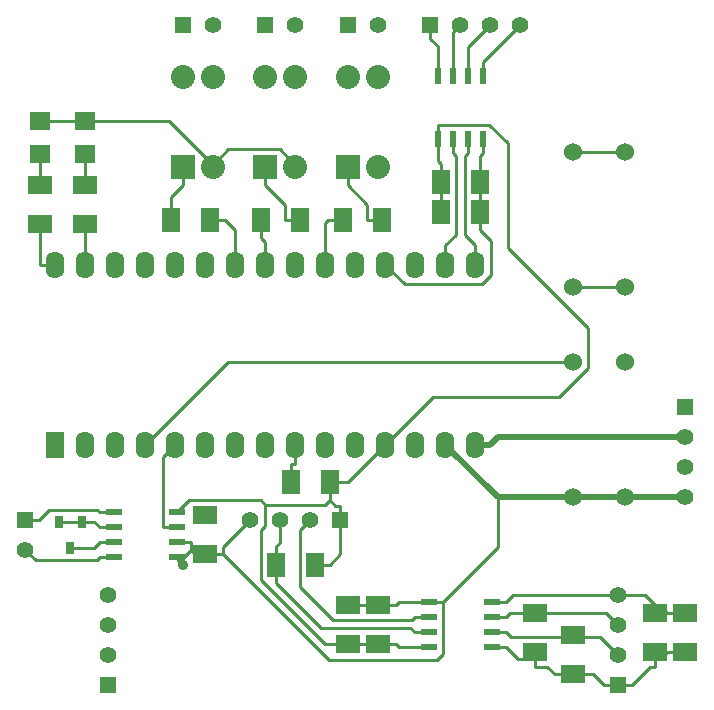
<source format=gtl>
G04 (created by PCBNEW (22-Jun-2014 BZR 4027)-stable) date Wed 30 Jul 2014 01:02:49 NZST*
%MOIN*%
G04 Gerber Fmt 3.4, Leading zero omitted, Abs format*
%FSLAX34Y34*%
G01*
G70*
G90*
G04 APERTURE LIST*
%ADD10C,0.00590551*%
%ADD11R,0.0551X0.0236*%
%ADD12R,0.0236X0.0551*%
%ADD13R,0.08X0.06*%
%ADD14R,0.06X0.08*%
%ADD15R,0.062X0.09*%
%ADD16O,0.062X0.09*%
%ADD17R,0.08X0.08*%
%ADD18C,0.08*%
%ADD19O,0.08X0.08*%
%ADD20R,0.0315X0.0394*%
%ADD21R,0.055X0.055*%
%ADD22C,0.055*%
%ADD23C,0.06*%
%ADD24R,0.0709X0.0629*%
%ADD25C,0.035*%
%ADD26C,0.01*%
%ADD27C,0.02*%
G04 APERTURE END LIST*
G54D10*
G54D11*
X86950Y-63750D03*
X89050Y-63750D03*
X86950Y-63250D03*
X86950Y-62750D03*
X86950Y-62250D03*
X89050Y-63250D03*
X89050Y-62750D03*
X89050Y-62250D03*
G54D12*
X87250Y-44700D03*
X87250Y-46800D03*
X87750Y-44700D03*
X88250Y-44700D03*
X88750Y-44700D03*
X87750Y-46800D03*
X88250Y-46800D03*
X88750Y-46800D03*
G54D11*
X78550Y-59250D03*
X76450Y-59250D03*
X78550Y-59750D03*
X78550Y-60250D03*
X78550Y-60750D03*
X76450Y-59750D03*
X76450Y-60250D03*
X76450Y-60750D03*
G54D13*
X95500Y-63900D03*
X95500Y-62600D03*
X79500Y-59350D03*
X79500Y-60650D03*
G54D14*
X88650Y-48250D03*
X87350Y-48250D03*
X88650Y-49250D03*
X87350Y-49250D03*
G54D13*
X94500Y-63900D03*
X94500Y-62600D03*
X85250Y-63650D03*
X85250Y-62350D03*
X84250Y-63650D03*
X84250Y-62350D03*
G54D15*
X74500Y-57000D03*
G54D16*
X75500Y-57000D03*
X76500Y-57000D03*
X77500Y-57000D03*
X78500Y-57000D03*
X79500Y-57000D03*
X80500Y-57000D03*
X81500Y-57000D03*
X82500Y-57000D03*
X83500Y-57000D03*
X84500Y-57000D03*
X85500Y-57000D03*
X86500Y-57000D03*
X87500Y-57000D03*
X88500Y-57000D03*
X88500Y-51000D03*
X87500Y-51000D03*
X86500Y-51000D03*
X85500Y-51000D03*
X84500Y-51000D03*
X83500Y-51000D03*
X82500Y-51000D03*
X81500Y-51000D03*
X80500Y-51000D03*
X79500Y-51000D03*
X78500Y-51000D03*
X77500Y-51000D03*
X76500Y-51000D03*
X75500Y-51000D03*
X74500Y-51000D03*
G54D17*
X84250Y-47750D03*
G54D18*
X85250Y-47750D03*
G54D19*
X85250Y-44750D03*
X84250Y-44750D03*
G54D17*
X81500Y-47750D03*
G54D18*
X82500Y-47750D03*
G54D19*
X82500Y-44750D03*
X81500Y-44750D03*
G54D17*
X78750Y-47750D03*
G54D18*
X79750Y-47750D03*
G54D19*
X79750Y-44750D03*
X78750Y-44750D03*
G54D20*
X75000Y-60433D03*
X74625Y-59567D03*
X75375Y-59567D03*
G54D14*
X79650Y-49500D03*
X78350Y-49500D03*
X81350Y-49500D03*
X82650Y-49500D03*
X84100Y-49500D03*
X85400Y-49500D03*
X83150Y-61000D03*
X81850Y-61000D03*
G54D13*
X75500Y-49650D03*
X75500Y-48350D03*
X74000Y-49650D03*
X74000Y-48350D03*
X90500Y-63900D03*
X90500Y-62600D03*
X91750Y-64650D03*
X91750Y-63350D03*
G54D14*
X83650Y-58250D03*
X82350Y-58250D03*
G54D21*
X87000Y-43000D03*
G54D22*
X88000Y-43000D03*
X89000Y-43000D03*
X90000Y-43000D03*
G54D21*
X95500Y-55750D03*
G54D22*
X95500Y-56750D03*
X95500Y-57750D03*
X95500Y-58750D03*
G54D21*
X76250Y-65000D03*
G54D22*
X76250Y-64000D03*
X76250Y-63000D03*
X76250Y-62000D03*
G54D21*
X93250Y-65000D03*
G54D22*
X93250Y-64000D03*
X93250Y-63000D03*
X93250Y-62000D03*
G54D21*
X84000Y-59500D03*
G54D22*
X83000Y-59500D03*
X82000Y-59500D03*
X81000Y-59500D03*
G54D21*
X78750Y-43000D03*
G54D22*
X79750Y-43000D03*
G54D21*
X73500Y-59500D03*
G54D22*
X73500Y-60500D03*
G54D21*
X81500Y-43000D03*
G54D22*
X82500Y-43000D03*
G54D21*
X84250Y-43000D03*
G54D22*
X85250Y-43000D03*
G54D23*
X93500Y-54250D03*
X93500Y-58750D03*
X91750Y-54250D03*
X91750Y-58750D03*
X91750Y-47250D03*
X91750Y-51750D03*
X93500Y-47250D03*
X93500Y-51750D03*
G54D24*
X74000Y-47309D03*
X74000Y-46191D03*
X75500Y-47309D03*
X75500Y-46191D03*
G54D25*
X78750Y-61000D03*
G54D26*
X86950Y-63750D02*
X86479Y-63750D01*
X85944Y-63750D02*
X86479Y-63750D01*
X85844Y-63650D02*
X85944Y-63750D01*
X85250Y-63650D02*
X85844Y-63650D01*
X87350Y-48250D02*
X87350Y-47655D01*
X83150Y-61000D02*
X83644Y-61000D01*
X87350Y-48250D02*
X87350Y-49250D01*
X87250Y-47555D02*
X87250Y-46800D01*
X87350Y-47655D02*
X87250Y-47555D01*
X87250Y-46800D02*
X87250Y-46329D01*
X84000Y-60644D02*
X84000Y-59500D01*
X83644Y-61000D02*
X84000Y-60644D01*
X83835Y-59030D02*
X83650Y-58844D01*
X84000Y-59030D02*
X83835Y-59030D01*
X83650Y-58250D02*
X83650Y-58844D01*
X84000Y-59500D02*
X84000Y-59030D01*
X87093Y-55406D02*
X85500Y-57000D01*
X91293Y-55406D02*
X87093Y-55406D01*
X92245Y-54453D02*
X91293Y-55406D01*
X92245Y-53094D02*
X92245Y-54453D01*
X89576Y-50425D02*
X92245Y-53094D01*
X89576Y-46940D02*
X89576Y-50425D01*
X88965Y-46329D02*
X89576Y-46940D01*
X87250Y-46329D02*
X88965Y-46329D01*
X84250Y-58250D02*
X83650Y-58250D01*
X85500Y-57000D02*
X84250Y-58250D01*
X85250Y-63650D02*
X84250Y-63650D01*
X81500Y-59694D02*
X81500Y-58995D01*
X81349Y-59844D02*
X81500Y-59694D01*
X81349Y-61516D02*
X81349Y-59844D01*
X83483Y-63650D02*
X81349Y-61516D01*
X84250Y-63650D02*
X83483Y-63650D01*
X81342Y-58837D02*
X81500Y-58995D01*
X78962Y-58837D02*
X81342Y-58837D01*
X78550Y-59250D02*
X78962Y-58837D01*
X83499Y-58995D02*
X83650Y-58844D01*
X81500Y-58995D02*
X83499Y-58995D01*
X83500Y-49605D02*
X83605Y-49500D01*
X83500Y-51000D02*
X83500Y-49605D01*
X84100Y-49500D02*
X83605Y-49500D01*
X81500Y-50244D02*
X81350Y-50094D01*
X81500Y-51000D02*
X81500Y-50244D01*
X81350Y-49500D02*
X81350Y-50094D01*
X80500Y-49855D02*
X80144Y-49500D01*
X80500Y-51000D02*
X80500Y-49855D01*
X79650Y-49500D02*
X80144Y-49500D01*
X78550Y-60750D02*
X78550Y-60800D01*
X78550Y-60800D02*
X78750Y-61000D01*
G54D27*
X95500Y-58750D02*
X89250Y-58750D01*
X89250Y-58750D02*
X87500Y-57000D01*
G54D26*
X89250Y-58750D02*
X87500Y-57000D01*
X91750Y-58750D02*
X93500Y-58750D01*
X86950Y-62250D02*
X86479Y-62250D01*
X88650Y-49250D02*
X88650Y-48250D01*
X88650Y-48250D02*
X88650Y-47655D01*
X85944Y-62250D02*
X85844Y-62350D01*
X86479Y-62250D02*
X85944Y-62250D01*
X85250Y-62350D02*
X85844Y-62350D01*
X78550Y-60750D02*
X78785Y-60750D01*
X78550Y-60250D02*
X79020Y-60250D01*
X79155Y-60650D02*
X79020Y-60514D01*
X79500Y-60650D02*
X79155Y-60650D01*
X78785Y-60750D02*
X79020Y-60514D01*
X79020Y-60514D02*
X79020Y-60250D01*
X93500Y-58750D02*
X95500Y-58750D01*
X80094Y-60405D02*
X80094Y-60650D01*
X81000Y-59500D02*
X80094Y-60405D01*
X79500Y-60650D02*
X80094Y-60650D01*
X85250Y-62350D02*
X84250Y-62350D01*
X89027Y-50222D02*
X88650Y-49844D01*
X89027Y-51350D02*
X89027Y-50222D01*
X88723Y-51655D02*
X89027Y-51350D01*
X86155Y-51655D02*
X88723Y-51655D01*
X85500Y-51000D02*
X86155Y-51655D01*
X88650Y-49250D02*
X88650Y-49844D01*
X88650Y-47370D02*
X88650Y-47655D01*
X88750Y-47270D02*
X88650Y-47370D01*
X88750Y-46800D02*
X88750Y-47270D01*
X89250Y-60420D02*
X87420Y-62250D01*
X89250Y-58750D02*
X89250Y-60420D01*
X87500Y-57000D02*
X89250Y-58750D01*
X89250Y-58750D02*
X91750Y-58750D01*
X86950Y-62250D02*
X87359Y-62250D01*
X87359Y-62250D02*
X87420Y-62250D01*
X83612Y-64167D02*
X80094Y-60650D01*
X87237Y-64167D02*
X83612Y-64167D01*
X87420Y-63984D02*
X87237Y-64167D01*
X87420Y-62250D02*
X87420Y-63984D01*
X74000Y-46190D02*
X75500Y-46190D01*
X80254Y-47155D02*
X79750Y-47659D01*
X81988Y-47155D02*
X80254Y-47155D01*
X82500Y-47666D02*
X81988Y-47155D01*
X82500Y-47750D02*
X82500Y-47666D01*
X78281Y-46190D02*
X79750Y-47659D01*
X75500Y-46190D02*
X78281Y-46190D01*
X79750Y-47659D02*
X79750Y-47750D01*
X94500Y-62600D02*
X94500Y-62352D01*
X94657Y-62352D02*
X94905Y-62600D01*
X94500Y-62352D02*
X94657Y-62352D01*
X95500Y-62600D02*
X94905Y-62600D01*
X89050Y-62250D02*
X89520Y-62250D01*
X89770Y-62000D02*
X93250Y-62000D01*
X89520Y-62250D02*
X89770Y-62000D01*
X94147Y-62000D02*
X94500Y-62352D01*
X93250Y-62000D02*
X94147Y-62000D01*
X87844Y-47365D02*
X87750Y-47270D01*
X87844Y-50010D02*
X87844Y-47365D01*
X87500Y-50355D02*
X87844Y-50010D01*
X87500Y-51000D02*
X87500Y-50355D01*
X87750Y-46800D02*
X87750Y-47270D01*
X87250Y-43719D02*
X87250Y-44700D01*
X87000Y-43469D02*
X87250Y-43719D01*
X87000Y-43000D02*
X87000Y-43469D01*
X92850Y-62600D02*
X90500Y-62600D01*
X93250Y-63000D02*
X92850Y-62600D01*
X89670Y-62600D02*
X89520Y-62750D01*
X90500Y-62600D02*
X89670Y-62600D01*
X89050Y-62750D02*
X89520Y-62750D01*
X78350Y-48744D02*
X78350Y-49500D01*
X78750Y-48344D02*
X78350Y-48744D01*
X78750Y-47750D02*
X78750Y-48344D01*
X82155Y-49000D02*
X82155Y-49500D01*
X81500Y-48344D02*
X82155Y-49000D01*
X82650Y-49500D02*
X82155Y-49500D01*
X81500Y-47750D02*
X81500Y-48344D01*
X88155Y-47365D02*
X88250Y-47270D01*
X88155Y-50010D02*
X88155Y-47365D01*
X88500Y-50355D02*
X88155Y-50010D01*
X88500Y-51000D02*
X88500Y-50355D01*
X88250Y-46800D02*
X88250Y-47270D01*
X84905Y-49000D02*
X84905Y-49500D01*
X84250Y-48344D02*
X84905Y-49000D01*
X84250Y-47750D02*
X84250Y-48344D01*
X85400Y-49500D02*
X84905Y-49500D01*
X75500Y-47309D02*
X75500Y-48350D01*
X74000Y-47309D02*
X74000Y-48350D01*
X73995Y-50149D02*
X74000Y-50144D01*
X73995Y-51000D02*
X73995Y-50149D01*
X74500Y-51000D02*
X73995Y-51000D01*
X74000Y-49650D02*
X74000Y-50144D01*
X75500Y-51000D02*
X75500Y-49650D01*
X76450Y-59750D02*
X75979Y-59750D01*
X75796Y-59567D02*
X75375Y-59567D01*
X75979Y-59750D02*
X75796Y-59567D01*
X75375Y-59567D02*
X74625Y-59567D01*
X78079Y-57420D02*
X78079Y-59750D01*
X78500Y-57000D02*
X78079Y-57420D01*
X78550Y-59750D02*
X78079Y-59750D01*
X75886Y-60842D02*
X75979Y-60750D01*
X73842Y-60842D02*
X75886Y-60842D01*
X73500Y-60500D02*
X73842Y-60842D01*
X76450Y-60750D02*
X75979Y-60750D01*
X75904Y-59175D02*
X75979Y-59250D01*
X74294Y-59175D02*
X75904Y-59175D01*
X73969Y-59500D02*
X74294Y-59175D01*
X73500Y-59500D02*
X73969Y-59500D01*
X76450Y-59250D02*
X75979Y-59250D01*
X75796Y-60432D02*
X75979Y-60250D01*
X75000Y-60432D02*
X75796Y-60432D01*
X76450Y-60250D02*
X75979Y-60250D01*
G54D27*
X95500Y-56750D02*
X89254Y-56750D01*
X89254Y-56750D02*
X89004Y-57000D01*
X89004Y-57000D02*
X88500Y-57000D01*
G54D26*
X89254Y-56750D02*
X89004Y-57000D01*
X88500Y-57000D02*
X89004Y-57000D01*
X93250Y-65000D02*
X92780Y-65000D01*
X92430Y-64650D02*
X91750Y-64650D01*
X92780Y-65000D02*
X92430Y-64650D01*
X90900Y-64394D02*
X90500Y-64394D01*
X91155Y-64650D02*
X90900Y-64394D01*
X91750Y-64650D02*
X91155Y-64650D01*
X90500Y-63900D02*
X90500Y-64147D01*
X90500Y-64147D02*
X90500Y-64394D01*
X89917Y-64147D02*
X89520Y-63750D01*
X90500Y-64147D02*
X89917Y-64147D01*
X89050Y-63750D02*
X89520Y-63750D01*
X94325Y-64394D02*
X93719Y-65000D01*
X94500Y-64394D02*
X94325Y-64394D01*
X93250Y-65000D02*
X93719Y-65000D01*
X94500Y-63900D02*
X94500Y-64147D01*
X94500Y-64147D02*
X94500Y-64394D01*
X94657Y-64147D02*
X94905Y-63900D01*
X94500Y-64147D02*
X94657Y-64147D01*
X95500Y-63900D02*
X94905Y-63900D01*
X86319Y-63089D02*
X86479Y-63250D01*
X83344Y-63089D02*
X86319Y-63089D01*
X81850Y-61594D02*
X83344Y-63089D01*
X81850Y-61000D02*
X81850Y-61594D01*
X86950Y-63250D02*
X86479Y-63250D01*
X82000Y-60255D02*
X81850Y-60405D01*
X82000Y-59500D02*
X82000Y-60255D01*
X81850Y-61000D02*
X81850Y-60405D01*
X86384Y-62844D02*
X86479Y-62750D01*
X83767Y-62844D02*
X86384Y-62844D01*
X82655Y-61732D02*
X83767Y-62844D01*
X82655Y-59844D02*
X82655Y-61732D01*
X83000Y-59500D02*
X82655Y-59844D01*
X86950Y-62750D02*
X86479Y-62750D01*
X82360Y-57644D02*
X82350Y-57655D01*
X82500Y-57644D02*
X82360Y-57644D01*
X82350Y-58250D02*
X82350Y-57655D01*
X82500Y-57000D02*
X82500Y-57644D01*
X93500Y-47250D02*
X91750Y-47250D01*
X91750Y-63350D02*
X91750Y-63405D01*
X89675Y-63405D02*
X89520Y-63250D01*
X91750Y-63405D02*
X89675Y-63405D01*
X89050Y-63250D02*
X89520Y-63250D01*
X92655Y-63405D02*
X91750Y-63405D01*
X93250Y-64000D02*
X92655Y-63405D01*
X93500Y-51750D02*
X91750Y-51750D01*
X80250Y-54250D02*
X77500Y-57000D01*
X91750Y-54250D02*
X80250Y-54250D01*
X88250Y-43750D02*
X88250Y-44700D01*
X89000Y-43000D02*
X88250Y-43750D01*
X87750Y-43250D02*
X87750Y-44700D01*
X88000Y-43000D02*
X87750Y-43250D01*
X88770Y-44229D02*
X88750Y-44229D01*
X90000Y-43000D02*
X88770Y-44229D01*
X88750Y-44700D02*
X88750Y-44229D01*
M02*

</source>
